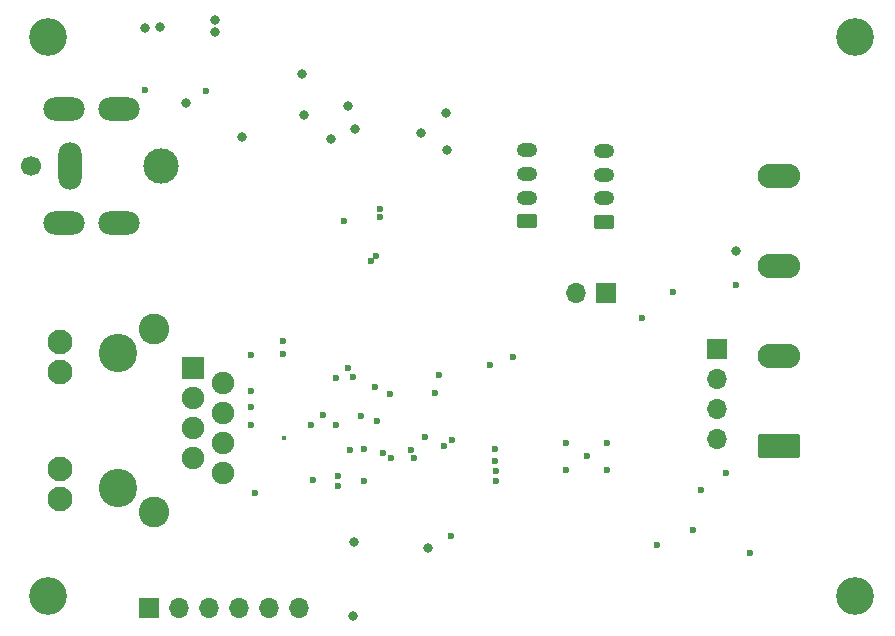
<source format=gbr>
%TF.GenerationSoftware,KiCad,Pcbnew,(6.0.4)*%
%TF.CreationDate,2022-07-19T00:25:02+02:00*%
%TF.ProjectId,Controller_Room,436f6e74-726f-46c6-9c65-725f526f6f6d,rev?*%
%TF.SameCoordinates,Original*%
%TF.FileFunction,Soldermask,Bot*%
%TF.FilePolarity,Negative*%
%FSLAX46Y46*%
G04 Gerber Fmt 4.6, Leading zero omitted, Abs format (unit mm)*
G04 Created by KiCad (PCBNEW (6.0.4)) date 2022-07-19 00:25:02*
%MOMM*%
%LPD*%
G01*
G04 APERTURE LIST*
G04 Aperture macros list*
%AMRoundRect*
0 Rectangle with rounded corners*
0 $1 Rounding radius*
0 $2 $3 $4 $5 $6 $7 $8 $9 X,Y pos of 4 corners*
0 Add a 4 corners polygon primitive as box body*
4,1,4,$2,$3,$4,$5,$6,$7,$8,$9,$2,$3,0*
0 Add four circle primitives for the rounded corners*
1,1,$1+$1,$2,$3*
1,1,$1+$1,$4,$5*
1,1,$1+$1,$6,$7*
1,1,$1+$1,$8,$9*
0 Add four rect primitives between the rounded corners*
20,1,$1+$1,$2,$3,$4,$5,0*
20,1,$1+$1,$4,$5,$6,$7,0*
20,1,$1+$1,$6,$7,$8,$9,0*
20,1,$1+$1,$8,$9,$2,$3,0*%
G04 Aperture macros list end*
%ADD10C,3.250000*%
%ADD11R,1.900000X1.900000*%
%ADD12C,1.900000*%
%ADD13C,2.100000*%
%ADD14C,2.600000*%
%ADD15RoundRect,0.250001X1.549999X-0.799999X1.549999X0.799999X-1.549999X0.799999X-1.549999X-0.799999X0*%
%ADD16O,3.600000X2.100000*%
%ADD17O,3.500000X2.000000*%
%ADD18O,2.000000X4.000000*%
%ADD19C,3.000000*%
%ADD20C,1.700000*%
%ADD21C,3.200000*%
%ADD22RoundRect,0.250000X0.625000X-0.350000X0.625000X0.350000X-0.625000X0.350000X-0.625000X-0.350000X0*%
%ADD23O,1.750000X1.200000*%
%ADD24R,1.700000X1.700000*%
%ADD25O,1.700000X1.700000*%
%ADD26C,0.600000*%
%ADD27C,0.800000*%
%ADD28C,0.400000*%
G04 APERTURE END LIST*
D10*
%TO.C,J2*%
X140175000Y-119610000D03*
X140175000Y-108180000D03*
D11*
X146525000Y-109450000D03*
D12*
X149065000Y-110720000D03*
X146525000Y-111990000D03*
X149065000Y-113260000D03*
X146525000Y-114530000D03*
X149065000Y-115800000D03*
X146525000Y-117070000D03*
X149065000Y-118340000D03*
D13*
X135275000Y-107270000D03*
X135275000Y-109810000D03*
X135275000Y-117980000D03*
X135275000Y-120520000D03*
D14*
X143225000Y-121640000D03*
X143225000Y-106150000D03*
%TD*%
D15*
%TO.C,J6*%
X196120500Y-116078000D03*
D16*
X196120500Y-108458000D03*
X196120500Y-100838000D03*
X196120500Y-93218000D03*
%TD*%
D17*
%TO.C,J1*%
X135575000Y-97200000D03*
X140275000Y-97200000D03*
X140275000Y-87500000D03*
X135575000Y-87500000D03*
D18*
X136075000Y-92350000D03*
D19*
X143775000Y-92350000D03*
D20*
X132825000Y-92350000D03*
%TD*%
D21*
%TO.C,H1*%
X134275000Y-81425000D03*
%TD*%
D22*
%TO.C,J4*%
X174825000Y-97050000D03*
D23*
X174825000Y-95050000D03*
X174825000Y-93050000D03*
X174825000Y-91050000D03*
%TD*%
D24*
%TO.C,J7*%
X142805000Y-129775000D03*
D25*
X145345000Y-129775000D03*
X147885000Y-129775000D03*
X150425000Y-129775000D03*
X152965000Y-129775000D03*
X155505000Y-129775000D03*
%TD*%
D24*
%TO.C,J8*%
X181450000Y-103125000D03*
D25*
X178910000Y-103125000D03*
%TD*%
D21*
%TO.C,H4*%
X202575000Y-128800000D03*
%TD*%
D22*
%TO.C,J5*%
X181300000Y-97100000D03*
D23*
X181300000Y-95100000D03*
X181300000Y-93100000D03*
X181300000Y-91100000D03*
%TD*%
D21*
%TO.C,H3*%
X134275000Y-128800000D03*
%TD*%
%TO.C,H2*%
X202575000Y-81425000D03*
%TD*%
D24*
%TO.C,J10*%
X190875000Y-107850000D03*
D25*
X190875000Y-110390000D03*
X190875000Y-112930000D03*
X190875000Y-115470000D03*
%TD*%
D26*
X167300000Y-110050000D03*
D27*
X168000000Y-91000000D03*
X167925000Y-87875000D03*
D28*
X154225000Y-115375000D03*
D26*
X151450000Y-114275000D03*
X151450000Y-108325000D03*
X151450000Y-112750000D03*
X151450000Y-111375000D03*
X172150000Y-119075000D03*
X158760294Y-119444989D03*
X172125000Y-118150000D03*
X161000000Y-119025000D03*
X172050000Y-117300000D03*
X161017628Y-116305194D03*
X159800000Y-116450000D03*
X172075000Y-116350000D03*
X163250001Y-117119017D03*
X165228143Y-117124560D03*
X168425000Y-115600000D03*
X159671714Y-109468092D03*
X160015097Y-110190097D03*
X167725000Y-116100000D03*
X162075000Y-113950000D03*
X158636230Y-110286230D03*
X160750001Y-113499999D03*
X168325000Y-123650000D03*
D27*
X142450000Y-80650000D03*
X143675000Y-80625000D03*
X165800000Y-89550000D03*
X159675000Y-87275000D03*
D26*
X157525000Y-113475000D03*
D27*
X158225000Y-90075000D03*
D26*
X158603936Y-114298500D03*
D27*
X145900000Y-87025000D03*
D26*
X187125000Y-103025000D03*
X178075000Y-118100000D03*
X156533837Y-114298500D03*
D27*
X150650000Y-89900000D03*
D26*
X184500000Y-105250000D03*
X179875000Y-116925000D03*
X189525000Y-119775000D03*
X156675000Y-118950000D03*
D27*
X192450000Y-99550000D03*
X160025000Y-130475000D03*
D26*
X166150000Y-115275000D03*
D27*
X166400000Y-124725000D03*
D26*
X161950000Y-111099500D03*
X158813256Y-118647242D03*
X159325000Y-97000000D03*
X154140573Y-108278149D03*
X181525000Y-118100000D03*
D27*
X148375000Y-81026000D03*
D26*
X181525000Y-115800000D03*
X154125000Y-107175000D03*
D27*
X155741000Y-84575500D03*
X160225000Y-89250000D03*
D26*
X193650000Y-125150000D03*
X178075000Y-115800000D03*
D27*
X160125000Y-124175000D03*
X155900000Y-88050000D03*
D26*
X167000000Y-111625000D03*
X185775000Y-124475000D03*
D27*
X148375000Y-80010000D03*
D26*
X161575000Y-100425000D03*
X188875000Y-123200000D03*
X164950000Y-116375000D03*
X192450000Y-102400000D03*
X162025000Y-99975000D03*
X162325000Y-96700000D03*
X162578023Y-116685833D03*
X191675000Y-118325000D03*
X162325000Y-96000000D03*
X163200000Y-111650000D03*
X151743003Y-120043003D03*
X173625000Y-108525000D03*
X171675001Y-109200000D03*
X147625000Y-86000000D03*
X142425000Y-85938994D03*
M02*

</source>
